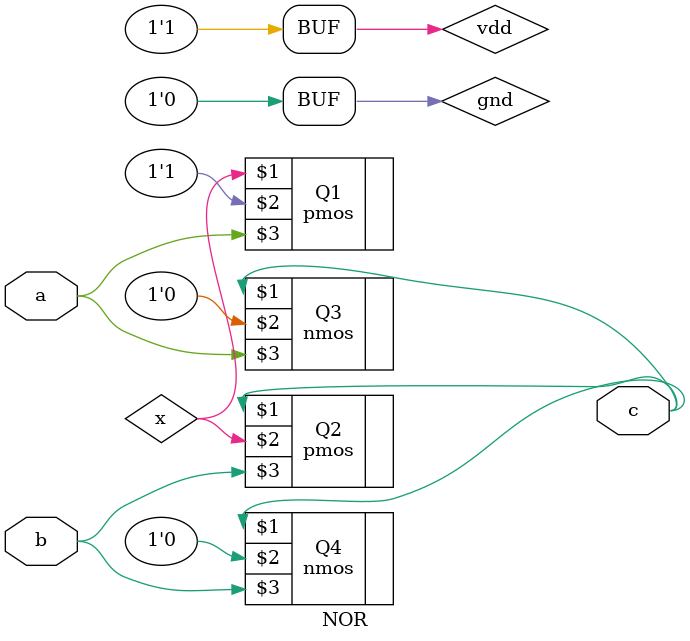
<source format=v>
module NOR (
    output c,
    input a,b
);
    wire x;
    
    // power
    supply1 vdd;
    supply0 gnd;

    // pull up network
    pmos Q1(x, vdd, a);
    pmos Q2(c, x, b);

    // pull down network
    nmos Q3(c, gnd, a);
    nmos Q4(c, gnd, b);
    
endmodule
</source>
